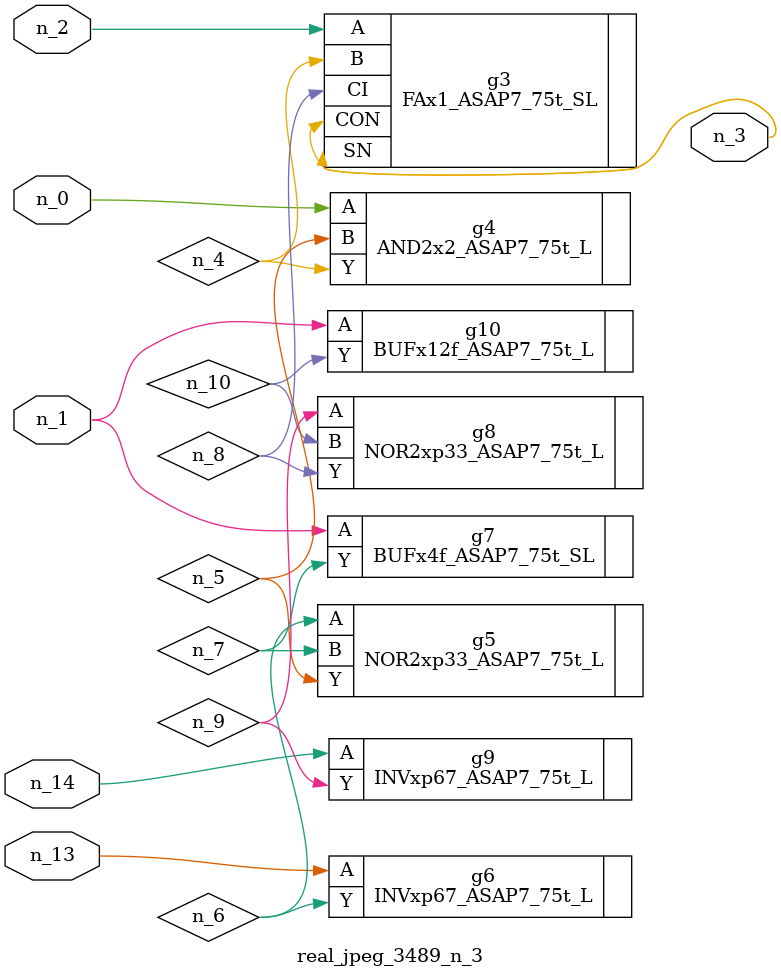
<source format=v>
module real_jpeg_3489_n_3 (n_0, n_1, n_14, n_2, n_13, n_3);

input n_0;
input n_1;
input n_14;
input n_2;
input n_13;

output n_3;

wire n_5;
wire n_4;
wire n_8;
wire n_6;
wire n_7;
wire n_10;
wire n_9;

AND2x2_ASAP7_75t_L g4 ( 
.A(n_0),
.B(n_5),
.Y(n_4)
);

BUFx4f_ASAP7_75t_SL g7 ( 
.A(n_1),
.Y(n_7)
);

BUFx12f_ASAP7_75t_L g10 ( 
.A(n_1),
.Y(n_10)
);

FAx1_ASAP7_75t_SL g3 ( 
.A(n_2),
.B(n_4),
.CI(n_8),
.CON(n_3),
.SN(n_3)
);

NOR2xp33_ASAP7_75t_L g5 ( 
.A(n_6),
.B(n_7),
.Y(n_5)
);

NOR2xp33_ASAP7_75t_L g8 ( 
.A(n_9),
.B(n_10),
.Y(n_8)
);

INVxp67_ASAP7_75t_L g6 ( 
.A(n_13),
.Y(n_6)
);

INVxp67_ASAP7_75t_L g9 ( 
.A(n_14),
.Y(n_9)
);


endmodule
</source>
